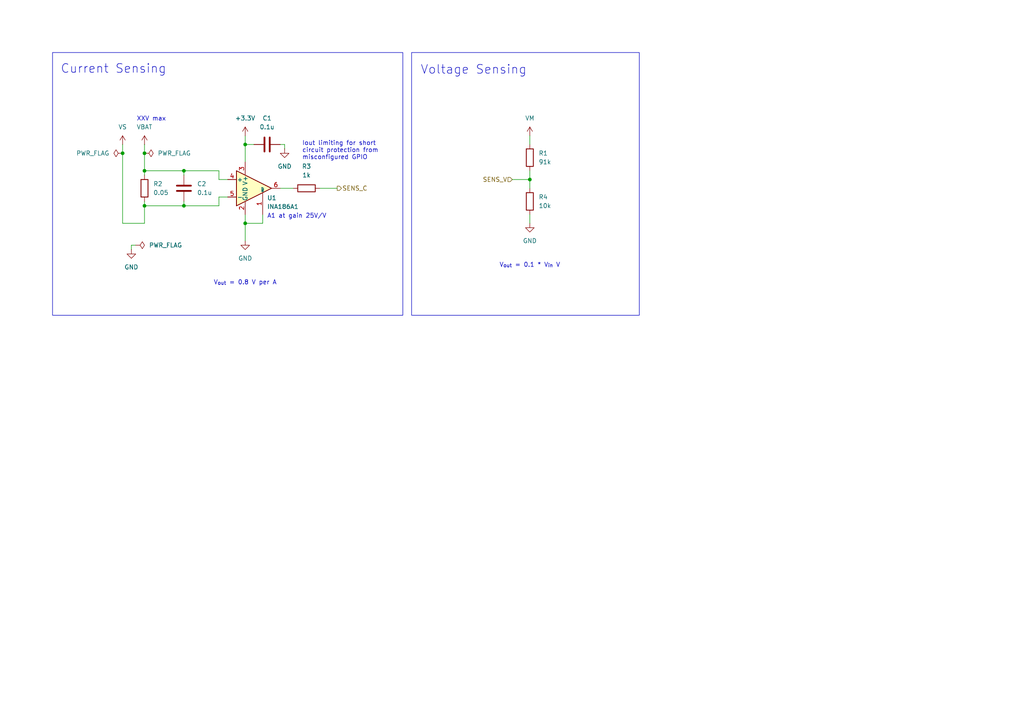
<source format=kicad_sch>
(kicad_sch (version 20250114) (generator "eeschema") (generator_version "9.0")
  (paper "A4")
  (lib_symbols
    (symbol "Device:C" (pin_numbers (hide yes)) (pin_names (offset 0.254))
      (property "Reference" "C" (at 0.635 2.54 0))
      (property "Value" "C" (at 0.635 -2.54 0))
      (symbol "C_0_1"
        (polyline (pts (xy -2.032 0.762) (xy 2.032 0.762)) (stroke (width 0.508)))
        (polyline (pts (xy -2.032 -0.762) (xy 2.032 -0.762)) (stroke (width 0.508)))
      )
      (symbol "C_1_1"
        (pin passive line (at 0 3.81 270) (length 2.794) (name "~") (number "1"))
        (pin passive line (at 0 -3.81 90) (length 2.794) (name "~") (number "2"))
      )
    )
    (symbol "Device:R" (pin_numbers (hide yes)) (pin_names (offset 0))
      (property "Reference" "R" (at 2.032 0 90))
      (property "Value" "R" (at 0 0 90))
      (symbol "R_0_1"
        (rectangle (start -1.016 -2.54) (end 1.016 2.54) (stroke (width 0.254)))
      )
      (symbol "R_1_1"
        (pin passive line (at 0 3.81 270) (length 1.27) (name "~") (number "1"))
        (pin passive line (at 0 -3.81 90) (length 1.27) (name "~") (number "2"))
      )
    )
    (symbol "INA186:INA186xxQDCK" (pin_names (offset 0.127))
      (property "Reference" "U" (at 3.81 3.81 0))
      (property "Value" "INA186xxQDCK" (at 3.81 -2.54 0))
      (symbol "INA186xxQDCK_0_1"
        (polyline (pts (xy 5.08 0) (xy -5.08 5.08) (xy -5.08 -5.08) (xy 5.08 0)) (stroke (width 0.254)) (fill (type background)))
      )
      (symbol "INA186xxQDCK_1_1"
        (pin input line (at -7.62 2.54 0) (length 2.54) (name "+") (number "4"))
        (pin input line (at -7.62 -2.54 0) (length 2.54) (name "-") (number "5"))
        (pin power_in line (at -2.54 7.62 270) (length 3.81) (name "V+") (number "3"))
        (pin power_in line (at -2.54 -7.62 90) (length 3.81) (name "GND") (number "2"))
        (pin input line (at 2.54 -7.62 90) (length 6.35) (name "REF") (number "1"))
        (pin output line (at 7.62 0 180) (length 2.54) (name "~") (number "6"))
      )
    )
    (symbol "power:+3.3V" (power) (pin_numbers (hide yes)) (pin_names (offset 0) (hide yes))
      (property "Value" "+3.3V" (at 0 3.556 0))
      (symbol "+3.3V_0_1"
        (polyline (pts (xy -0.762 1.27) (xy 0 2.54)))
        (polyline (pts (xy 0 2.54) (xy 0.762 1.27)))
        (polyline (pts (xy 0 0) (xy 0 2.54)))
      )
      (symbol "+3.3V_1_1"
        (pin power_in line (at 0 0 90) (length 0) (name "~") (number "1"))
      )
    )
    (symbol "power:GND" (power) (pin_numbers (hide yes)) (pin_names (offset 0) (hide yes))
      (property "Value" "GND" (at 0 -3.81 0))
      (symbol "GND_0_1"
        (polyline (pts (xy 0 0) (xy 0 -1.27) (xy 1.27 -1.27) (xy 0 -2.54) (xy -1.27 -1.27) (xy 0 -1.27)))
      )
      (symbol "GND_1_1"
        (pin power_in line (at 0 0 270) (length 0) (name "~") (number "1"))
      )
    )
    (symbol "power:PWR_FLAG" (power) (pin_numbers (hide yes)) (pin_names (offset 0) (hide yes))
      (property "Value" "PWR_FLAG" (at 0 3.81 0))
      (symbol "PWR_FLAG_0_0"
        (pin power_out line (at 0 0 90) (length 0) (name "~") (number "1"))
      )
      (symbol "PWR_FLAG_0_1"
        (polyline (pts (xy 0 0) (xy 0 1.27) (xy -1.016 1.905) (xy 0 2.54) (xy 1.016 1.905) (xy 0 1.27)))
      )
    )
    (symbol "power:VBUS" (power) (pin_numbers (hide yes)) (pin_names (offset 0) (hide yes))
      (property "Value" "VBUS" (at 0 3.556 0))
      (symbol "VBUS_0_1"
        (polyline (pts (xy -0.762 1.27) (xy 0 2.54)))
        (polyline (pts (xy 0 2.54) (xy 0.762 1.27)))
        (polyline (pts (xy 0 0) (xy 0 2.54)))
      )
      (symbol "VBUS_1_1"
        (pin power_in line (at 0 0 90) (length 0) (name "~") (number "1"))
      )
    )
  )
  (rectangle (start 15.24 15.24) (end 116.84 91.44))
  (rectangle (start 119.38 15.24) (end 185.42 91.44))
  (text "Iout limiting for short \ncircuit protection from\nmisconfigured GPIO" (at 87.63 43.688 0) (effects (font (size 1.27 1.27)) (justify left)))
  (text "V_{out} = 0.1 * V_{in} V" (at 153.67 76.962 0) (effects (font (size 1.27 1.27))))
  (text "Current Sensing" (at 17.526 20.066 0) (effects (font (size 2.54 2.54)) (justify left)))
  (text "V_{out} = 0.8 V per A" (at 71.12 82.042 0) (effects (font (size 1.27 1.27))))
  (text "A1 at gain 25V/V" (at 77.47 62.738 0) (effects (font (size 1.27 1.27)) (justify left)))
  (text "Voltage Sensing" (at 121.92 20.32 0) (effects (font (size 2.54 2.54)) (justify left)))
  (text "XXV max" (at 39.624 34.544 0) (effects (font (size 1.27 1.27)) (justify left)))
  (junction (at 53.34 49.53))
  (junction (at 41.91 59.69))
  (junction (at 153.67 52.07))
  (junction (at 35.56 44.45))
  (junction (at 53.34 59.69))
  (junction (at 41.91 49.53))
  (junction (at 41.91 44.45))
  (junction (at 71.12 41.91))
  (junction (at 71.12 64.77))
  (wire (pts (xy 153.67 52.07) (xy 148.59 52.07)))
  (wire (pts (xy 41.91 58.42) (xy 41.91 59.69)))
  (wire (pts (xy 53.34 58.42) (xy 53.34 59.69)))
  (wire (pts (xy 153.67 49.53) (xy 153.67 52.07)))
  (wire (pts (xy 53.34 59.69) (xy 63.5 59.69)))
  (wire (pts (xy 35.56 64.77) (xy 41.91 64.77)))
  (wire (pts (xy 41.91 59.69) (xy 41.91 64.77)))
  (wire (pts (xy 41.91 59.69) (xy 53.34 59.69)))
  (wire (pts (xy 35.56 44.45) (xy 35.56 64.77)))
  (wire (pts (xy 53.34 49.53) (xy 53.34 50.8)))
  (wire (pts (xy 38.1 72.39) (xy 38.1 71.12)))
  (wire (pts (xy 82.55 41.91) (xy 81.28 41.91)))
  (wire (pts (xy 76.2 62.23) (xy 76.2 64.77)))
  (wire (pts (xy 41.91 49.53) (xy 53.34 49.53)))
  (wire (pts (xy 41.91 41.91) (xy 41.91 44.45)))
  (wire (pts (xy 92.71 54.61) (xy 97.79 54.61)))
  (wire (pts (xy 153.67 39.37) (xy 153.67 41.91)))
  (wire (pts (xy 76.2 64.77) (xy 71.12 64.77)))
  (wire (pts (xy 71.12 64.77) (xy 71.12 69.85)))
  (wire (pts (xy 38.1 71.12) (xy 39.37 71.12)))
  (wire (pts (xy 66.04 57.15) (xy 63.5 57.15)))
  (wire (pts (xy 153.67 62.23) (xy 153.67 64.77)))
  (wire (pts (xy 71.12 62.23) (xy 71.12 64.77)))
  (wire (pts (xy 73.66 41.91) (xy 71.12 41.91)))
  (wire (pts (xy 66.04 52.07) (xy 63.5 52.07)))
  (wire (pts (xy 41.91 44.45) (xy 41.91 49.53)))
  (wire (pts (xy 41.91 49.53) (xy 41.91 50.8)))
  (wire (pts (xy 63.5 52.07) (xy 63.5 49.53)))
  (wire (pts (xy 71.12 39.37) (xy 71.12 41.91)))
  (wire (pts (xy 53.34 49.53) (xy 63.5 49.53)))
  (wire (pts (xy 81.28 54.61) (xy 85.09 54.61)))
  (wire (pts (xy 153.67 52.07) (xy 153.67 54.61)))
  (wire (pts (xy 71.12 41.91) (xy 71.12 46.99)))
  (wire (pts (xy 82.55 41.91) (xy 82.55 43.18)))
  (wire (pts (xy 35.56 41.91) (xy 35.56 44.45)))
  (wire (pts (xy 63.5 57.15) (xy 63.5 59.69)))
  (hierarchical_label "SENS_C" (shape output) (at 97.79 54.61 0))
  (hierarchical_label "SENS_V" (shape input) (at 148.59 52.07 180))
  (symbol (lib_id "power:+3.3V") (at 35.56 41.91 0) (unit 1)
    (property "Reference" "#PWR03" (effects (hide yes)))
    (property "Value" "VS" (at 35.56 36.83 0))
    (property "Description" "Power symbol creates a global label with name \"+3.3V\"" (effects (hide yes)))
  )
  (symbol (lib_id "power:PWR_FLAG") (at 41.91 44.45 270) (unit 1)
    (property "Reference" "#FLG02" (effects (hide yes)))
    (property "Value" "PWR_FLAG" (at 45.72 44.4499 90) (effects (justify left)))
    (property "Description" "Special symbol for telling ERC where power comes from" (effects (hide yes)))
  )
  (symbol (lib_id "power:GND") (at 71.12 69.85 0) (unit 1)
    (property "Reference" "#PWR07" (effects (hide yes)))
    (property "Value" "GND" (at 71.12 74.93 0))
    (property "Description" "Power symbol creates a global label with name \"GND\" , ground" (effects (hide yes)))
  )
  (symbol (lib_id "Device:R") (at 41.91 54.61 0) (unit 1)
    (property "Reference" "R2" (at 44.45 53.3399 0) (effects (justify left)))
    (property "Value" "0.05" (at 44.45 55.8799 0) (effects (justify left)))
    (property "Footprint" "Resistor_SMD:R_0805_2012Metric" (effects (hide yes)))
    (property "Description" "Resistor" (effects (hide yes)))
  )
  (symbol (lib_id "INA186:INA186xxQDCK") (at 73.66 54.61 0) (unit 1)
    (property "Reference" "U1" (at 77.47 57.404 0) (effects (justify left)))
    (property "Value" "INA186A1" (at 77.47 59.944 0) (effects (justify left)))
    (property "Footprint" "Package_TO_SOT_SMD:SOT-363_SC-70-6" (effects (hide yes)))
    (property "Datasheet" "https://www.ti.com/lit/ds/symlink/ina186.pdf" (effects (hide yes)))
    (property "Description" "INA186 Bidirectional, Low-Power, Zero-Drift, Wide Dynamic Range,Current-Sense Amplifier With Enable, SOT-363, SC-70" (effects (hide yes)))
  )
  (symbol (lib_id "power:+3.3V") (at 71.12 39.37 0) (unit 1)
    (property "Reference" "#PWR01" (effects (hide yes)))
    (property "Value" "+3.3V" (at 71.12 34.29 0))
    (property "Description" "Power symbol creates a global label with name \"+3.3V\"" (effects (hide yes)))
  )
  (symbol (lib_id "Device:R") (at 153.67 45.72 0) (unit 1)
    (property "Reference" "R1" (at 156.21 44.4499 0) (effects (justify left)))
    (property "Value" "91k" (at 156.21 46.9899 0) (effects (justify left)))
    (property "Footprint" "Resistor_SMD:R_0603_1608Metric" (effects (hide yes)))
    (property "Description" "Resistor" (effects (hide yes)))
  )
  (symbol (lib_id "Device:C") (at 53.34 54.61 0) (unit 1)
    (property "Reference" "C2" (at 57.15 53.3399 0) (effects (justify left)))
    (property "Value" "0.1u" (at 57.15 55.8799 0) (effects (justify left)))
    (property "Footprint" "Capacitor_SMD:C_0603_1608Metric" (effects (hide yes)))
    (property "Description" "Unpolarized capacitor" (effects (hide yes)))
  )
  (symbol (lib_id "power:PWR_FLAG") (at 39.37 71.12 270) (unit 1)
    (property "Reference" "#FLG03" (effects (hide yes)))
    (property "Value" "PWR_FLAG" (at 43.18 71.1199 90) (effects (justify left)))
    (property "Description" "Special symbol for telling ERC where power comes from" (effects (hide yes)))
  )
  (symbol (lib_id "Device:R") (at 153.67 58.42 0) (unit 1)
    (property "Reference" "R4" (at 156.21 57.1499 0) (effects (justify left)))
    (property "Value" "10k" (at 156.21 59.6899 0) (effects (justify left)))
    (property "Footprint" "Resistor_SMD:R_0603_1608Metric" (effects (hide yes)))
    (property "Description" "Resistor" (effects (hide yes)))
  )
  (symbol (lib_id "power:PWR_FLAG") (at 35.56 44.45 90) (mirror x) (unit 1)
    (property "Reference" "#FLG01" (effects (hide yes)))
    (property "Value" "PWR_FLAG" (at 31.75 44.4499 90) (effects (justify left)))
    (property "Description" "Special symbol for telling ERC where power comes from" (effects (hide yes)))
  )
  (symbol (lib_id "power:VBUS") (at 153.67 39.37 0) (unit 1)
    (property "Reference" "#PWR02" (effects (hide yes)))
    (property "Value" "VM" (at 153.67 34.29 0))
    (property "Description" "Power symbol creates a global label with name \"VBUS\"" (effects (hide yes)))
  )
  (symbol (lib_id "power:GND") (at 38.1 72.39 0) (unit 1)
    (property "Reference" "#PWR08" (effects (hide yes)))
    (property "Value" "GND" (at 38.1 77.47 0))
    (property "Description" "Power symbol creates a global label with name \"GND\" , ground" (effects (hide yes)))
  )
  (symbol (lib_id "Device:C") (at 77.47 41.91 90) (unit 1)
    (property "Reference" "C1" (at 77.47 34.29 90))
    (property "Value" "0.1u" (at 77.47 36.83 90))
    (property "Footprint" "Capacitor_SMD:C_0603_1608Metric" (effects (hide yes)))
    (property "Description" "Unpolarized capacitor" (effects (hide yes)))
  )
  (symbol (lib_id "power:GND") (at 153.67 64.77 0) (unit 1)
    (property "Reference" "#PWR06" (effects (hide yes)))
    (property "Value" "GND" (at 153.67 69.85 0))
    (property "Description" "Power symbol creates a global label with name \"GND\" , ground" (effects (hide yes)))
  )
  (symbol (lib_id "power:VBUS") (at 41.91 41.91 0) (unit 1)
    (property "Reference" "#PWR04" (effects (hide yes)))
    (property "Value" "VBAT" (at 41.91 36.83 0))
    (property "Description" "Power symbol creates a global label with name \"VBUS\"" (effects (hide yes)))
  )
  (symbol (lib_id "Device:R") (at 88.9 54.61 90) (unit 1)
    (property "Reference" "R3" (at 88.9 48.26 90))
    (property "Value" "1k" (at 88.9 50.8 90))
    (property "Footprint" "Resistor_SMD:R_0603_1608Metric" (effects (hide yes)))
    (property "Description" "Resistor" (effects (hide yes)))
  )
  (symbol (lib_id "power:GND") (at 82.55 43.18 0) (unit 1)
    (property "Reference" "#PWR05" (effects (hide yes)))
    (property "Value" "GND" (at 82.55 48.26 0))
    (property "Description" "Power symbol creates a global label with name \"GND\" , ground" (effects (hide yes)))
  )
)
</source>
